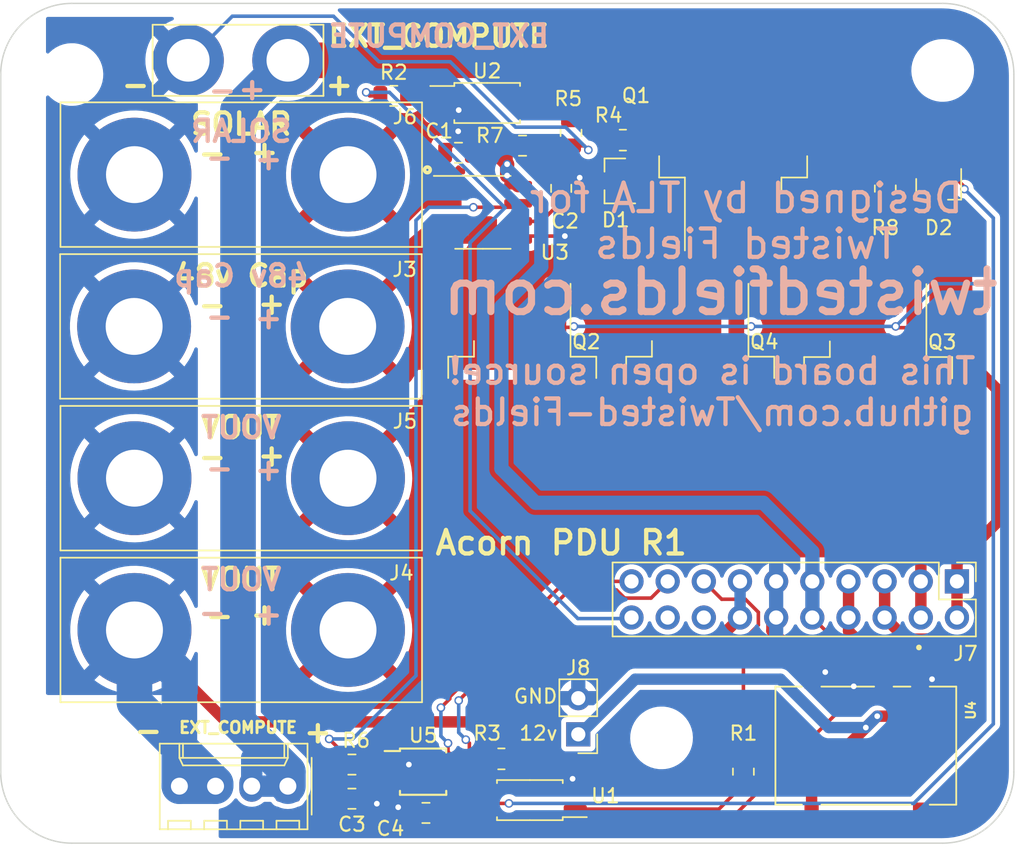
<source format=kicad_pcb>
(kicad_pcb (version 20211014) (generator pcbnew)
  (layers (0 "F.Cu" signal) (31 "B.Cu" signal) (34 "B.Paste" user) (35 "F.Paste" user) (36 "B.SilkS" user "B.Silkscreen") (37 "F.SilkS" user "F.Silkscreen") (38 "B.Mask" user) (39 "F.Mask" user) (44 "Edge.Cuts" user))
  (net 0 "")
  (net 1 "GND")
  (net 2 "+3V3")
  (net 3 "+5V")
  (net 4 "VOUT")
  (net 5 "VOUT_FET")
  (net 6 "EXT_PSU_FET")
  (net 7 "Net-(R1-Pad2)")
  (net 8 "Net-(R2-Pad2)")
  (net 9 "SOLARIN")
  (net 10 "Net-(C2-Pad2)")
  (net 11 "Net-(C3-Pad1)")
  (net 12 "GNDPWR")
  (net 13 "A4")
  (net 14 "Net-(D1-Pad2)")
  (net 15 "SDA")
  (net 16 "SCL")
  (net 17 "A1")
  (net 18 "A2")
  (net 19 "A3")
  (net 20 "+12V")
  (net 21 "VOUT_ENABLE")
  (net 23 "VOUT_EXT_COMPUTE")
  (net 25 "Net-(R3-Pad2)")
  (net 26 "Net-(R5-Pad2)")
  (net 28 "+48V")
  (footprint "twisted_library:BigWirePads" (layer "F.Cu") (at 77.724 129.54)
    (fp_text reference "J4" (at 11.25 -4) (layer "F.SilkS"))
    (fp_text value "Conn_01x02")
    (pad "1" thru_hole circle locked (at -7.5 0) (size 8 8) (drill 4) (layers *.Cu *.Mask) (net 12 "GNDPWR"))
    (pad "2" thru_hole circle locked (at 7.5 0) (size 8 8) (drill 4) (layers *.Cu *.Mask) (net 4 "VOUT"))
  )
  (footprint "Connector_PinHeader_2.54mm:PinHeader_2x10_P2.54mm_Vertical" (layer "F.Cu") (at 128 126.125 -90)
    (fp_text reference "J7" (at 5.075 -0.6 180) (layer "F.SilkS"))
    (fp_text value "Conn_02x10_Counter_Clockwise")
    (pad "1" thru_hole rect locked (at 0 0 270) (size 1.7 1.7) (drill 1) (layers *.Cu *.Mask) (net 28 "+48V"))
    (pad "2" thru_hole oval locked (at 2.54 0 270) (size 1.7 1.7) (drill 1) (layers *.Cu *.Mask) (net 28 "+48V"))
    (pad "3" thru_hole oval locked (at 0 2.54 270) (size 1.7 1.7) (drill 1) (layers *.Cu *.Mask) (net 4 "VOUT"))
    (pad "4" thru_hole oval locked (at 2.54 2.54 270) (size 1.7 1.7) (drill 1) (layers *.Cu *.Mask) (net 4 "VOUT"))
    (pad "5" thru_hole oval locked (at 0 5.08 270) (size 1.7 1.7) (drill 1) (layers *.Cu *.Mask) (net 20 "+12V"))
    (pad "6" thru_hole oval locked (at 2.54 5.08 270) (size 1.7 1.7) (drill 1) (layers *.Cu *.Mask) (net 20 "+12V"))
    (pad "7" thru_hole oval locked (at 0 7.62 270) (size 1.7 1.7) (drill 1) (layers *.Cu *.Mask) (net 3 "+5V"))
    (pad "8" thru_hole oval locked (at 2.54 7.62 270) (size 1.7 1.7) (drill 1) (layers *.Cu *.Mask) (net 3 "+5V"))
    (pad "9" thru_hole oval locked (at 0 10.16 270) (size 1.7 1.7) (drill 1) (layers *.Cu *.Mask) (net 2 "+3V3"))
    (pad "10" thru_hole oval locked (at 2.54 10.16 270) (size 1.7 1.7) (drill 1) (layers *.Cu *.Mask) (net 2 "+3V3"))
    (pad "11" thru_hole oval locked (at 0 12.7 270) (size 1.7 1.7) (drill 1) (layers *.Cu *.Mask) (net 1 "GND"))
    (pad "12" thru_hole oval locked (at 2.54 12.7 270) (size 1.7 1.7) (drill 1) (layers *.Cu *.Mask) (net 1 "GND"))
    (pad "13" thru_hole oval locked (at 0 15.24 270) (size 1.7 1.7) (drill 1) (layers *.Cu *.Mask) (net 12 "GNDPWR"))
    (pad "14" thru_hole oval locked (at 2.54 15.24 270) (size 1.7 1.7) (drill 1) (layers *.Cu *.Mask) (net 12 "GNDPWR"))
    (pad "15" thru_hole oval locked (at 0 17.78 270) (size 1.7 1.7) (drill 1) (layers *.Cu *.Mask) (net 21 "VOUT_ENABLE"))
    (pad "16" thru_hole oval locked (at 2.54 17.78 270) (size 1.7 1.7) (drill 1) (layers *.Cu *.Mask))
    (pad "17" thru_hole oval locked (at 0 20.32 270) (size 1.7 1.7) (drill 1) (layers *.Cu *.Mask) (net 15 "SDA"))
    (pad "18" thru_hole oval locked (at 2.54 20.32 270) (size 1.7 1.7) (drill 1) (layers *.Cu *.Mask))
    (pad "19" thru_hole oval locked (at 0 22.86 270) (size 1.7 1.7) (drill 1) (layers *.Cu *.Mask) (net 16 "SCL"))
    (pad "20" thru_hole oval locked (at 2.54 22.86 270) (size 1.7 1.7) (drill 1) (layers *.Cu *.Mask) (net 6 "EXT_PSU_FET"))
  )
  (footprint "Capacitor_SMD:C_0805_2012Metric" (layer "F.Cu") (at 100.2 98.5 -90)
    (fp_text reference "C2" (at 2.305 -0.272 -180) (layer "F.SilkS"))
    (fp_text value "1000pF")
    (pad "1" smd roundrect locked (at -0.9375 0 270) (size 0.975 1.4) (layers "F.Cu" "F.Paste" "F.Mask") (net 1 "GND"))
    (pad "2" smd roundrect locked (at 0.9375 0 270) (size 0.975 1.4) (layers "F.Cu" "F.Paste" "F.Mask") (net 10 "Net-(C2-Pad2)"))
  )
  (footprint "Resistor_SMD:R_0805_2012Metric" (layer "F.Cu") (at 85.5 139 180)
    (fp_text reference "R6" (at -0.3 1.7 180) (layer "F.SilkS"))
    (fp_text value "1k")
    (pad "1" smd roundrect locked (at -0.9375 0 180) (size 0.975 1.4) (layers "F.Cu" "F.Paste" "F.Mask") (net 17 "A1"))
    (pad "2" smd roundrect locked (at 0.9375 0 180) (size 0.975 1.4) (layers "F.Cu" "F.Paste" "F.Mask") (net 11 "Net-(C3-Pad1)"))
  )
  (footprint "Resistor_SMD:R_0805_2012Metric" (layer "F.Cu") (at 97.484 95.5)
    (fp_text reference "R7" (at -2.3 -0.71) (layer "F.SilkS"))
    (fp_text value "DNS for ACS725 / 0R for ACS722")
    (pad "1" smd roundrect locked (at -0.9375 0) (size 0.975 1.4) (layers "F.Cu" "F.Paste" "F.Mask") (net 2 "+3V3"))
    (pad "2" smd roundrect locked (at 0.9375 0) (size 0.975 1.4) (layers "F.Cu" "F.Paste" "F.Mask") (net 10 "Net-(C2-Pad2)"))
  )
  (footprint "MountingHole:MountingHole_3.7mm" (layer "F.Cu") (at 65.828 139.524 90)
    (fp_text reference "H2" hide)
    (fp_text value "MountingHole")
    (pad "" np_thru_hole circle locked (at 0 0 90) (size 3.7 3.7) (drill 3.7) (layers *.Cu *.Mask))
  )
  (footprint "MountingHole:MountingHole_3.7mm" (layer "F.Cu") (at 127 90.214 90)
    (fp_text reference "H4" hide)
    (fp_text value "MountingHole" hide)
    (pad "" np_thru_hole circle locked (at 0 0 90) (size 3.7 3.7) (drill 3.7) (layers *.Cu *.Mask))
  )
  (footprint "MountingHole:MountingHole_3.7mm" (layer "F.Cu") (at 65.828 90.5 90)
    (fp_text reference "H3" hide)
    (fp_text value "MountingHole")
    (pad "" np_thru_hole circle locked (at 0 0 90) (size 3.7 3.7) (drill 3.7) (layers *.Cu *.Mask))
  )
  (footprint "Connector_PinHeader_2.54mm:PinHeader_1x02_P2.54mm_Vertical" (layer "F.Cu") (at 101.4 136.875 180)
    (fp_text reference "J8" (at 0 4.675 180) (layer "F.SilkS"))
    (fp_text value "Conn_01x02")
    (pad "1" thru_hole rect locked (at 0 0 180) (size 1.7 1.7) (drill 1) (layers *.Cu *.Mask) (net 20 "+12V"))
    (pad "2" thru_hole oval locked (at 0 2.54 180) (size 1.7 1.7) (drill 1) (layers *.Cu *.Mask) (net 1 "GND"))
  )
  (footprint "twisted_library:BigWirePads" (layer "F.Cu") (at 77.724 118.872)
    (fp_text reference "J5" (at 11.5 -4) (layer "F.SilkS"))
    (fp_text value "Conn_01x02")
    (pad "1" thru_hole circle locked (at -7.5 0) (size 8 8) (drill 4) (layers *.Cu *.Mask) (net 12 "GNDPWR"))
    (pad "2" thru_hole circle locked (at 7.5 0) (size 8 8) (drill 4) (layers *.Cu *.Mask) (net 4 "VOUT"))
  )
  (footprint "Capacitor_SMD:C_0805_2012Metric" (layer "F.Cu") (at 92.984 96)
    (fp_text reference "C1" (at -1.357 -1.528) (layer "F.SilkS"))
    (fp_text value "0.1uF")
    (pad "1" smd roundrect locked (at -0.9375 0) (size 0.975 1.4) (layers "F.Cu" "F.Paste" "F.Mask") (net 1 "GND"))
    (pad "2" smd roundrect locked (at 0.9375 0) (size 0.975 1.4) (layers "F.Cu" "F.Paste" "F.Mask") (net 2 "+3V3"))
  )
  (footprint "twisted_library:BigWirePads" (layer "F.Cu") (at 77.7 108.204)
    (fp_text reference "J3" (at 11.5 -4) (layer "F.SilkS"))
    (fp_text value "Conn_01x02")
    (pad "1" thru_hole circle locked (at -7.5 0) (size 8 8) (drill 4) (layers *.Cu *.Mask) (net 12 "GNDPWR"))
    (pad "2" thru_hole circle locked (at 7.5 0) (size 8 8) (drill 4) (layers *.Cu *.Mask) (net 28 "+48V"))
  )
  (footprint "Capacitor_SMD:C_0805_2012Metric" (layer "F.Cu") (at 85.5 141.4)
    (fp_text reference "C3" (at 0 1.8 180) (layer "F.SilkS"))
    (fp_text value "0.15uF")
    (pad "1" smd roundrect locked (at -0.9375 0) (size 0.975 1.4) (layers "F.Cu" "F.Paste" "F.Mask") (net 11 "Net-(C3-Pad1)"))
    (pad "2" smd roundrect locked (at 0.9375 0) (size 0.975 1.4) (layers "F.Cu" "F.Paste" "F.Mask") (net 1 "GND"))
  )
  (footprint "Package_SO:SOIC-8_3.9x4.9mm_P1.27mm" (layer "F.Cu") (at 94.7 100.186)
    (fp_text reference "U3" (at 5.05 2.814) (layer "F.SilkS"))
    (fp_text value "ACS725xLCTR-10AU")
    (pad "1" smd roundrect locked (at -2.475 -1.905) (size 1.95 0.6) (layers "F.Cu" "F.Paste" "F.Mask") (net 9 "SOLARIN"))
    (pad "2" smd roundrect locked (at -2.475 -0.635) (size 1.95 0.6) (layers "F.Cu" "F.Paste" "F.Mask") (net 9 "SOLARIN"))
    (pad "3" smd roundrect locked (at -2.475 0.635) (size 1.95 0.6) (layers "F.Cu" "F.Paste" "F.Mask") (net 28 "+48V"))
    (pad "4" smd roundrect locked (at -2.475 1.905) (size 1.95 0.6) (layers "F.Cu" "F.Paste" "F.Mask") (net 28 "+48V"))
    (pad "5" smd roundrect locked (at 2.475 1.905) (size 1.95 0.6) (layers "F.Cu" "F.Paste" "F.Mask") (net 1 "GND"))
    (pad "6" smd roundrect locked (at 2.475 0.635) (size 1.95 0.6) (layers "F.Cu" "F.Paste" "F.Mask") (net 10 "Net-(C2-Pad2)"))
    (pad "7" smd roundrect locked (at 2.475 -0.635) (size 1.95 0.6) (layers "F.Cu" "F.Paste" "F.Mask") (net 11 "Net-(C3-Pad1)"))
    (pad "8" smd roundrect locked (at 2.475 -1.905) (size 1.95 0.6) (layers "F.Cu" "F.Paste" "F.Mask") (net 2 "+3V3"))
  )
  (footprint "MountingHole:MountingHole_3.7mm" (layer "F.Cu") (at 107.25 137.125)
    (fp_text reference "H1" hide)
    (fp_text value "MountingHole")
    (pad "" np_thru_hole circle locked (at 0 0) (size 3.7 3.7) (drill 3.7) (layers *.Cu *.Mask))
  )
  (footprint "twisted_library:BigWirePads" (layer "F.Cu") (at 77.724 97.536)
    (fp_text reference "J6" (at 11.5 -4.064) (layer "F.SilkS"))
    (fp_text value "Conn_01x02")
    (pad "1" thru_hole circle locked (at -7.5 0) (size 8 8) (drill 4) (layers *.Cu *.Mask) (net 12 "GNDPWR"))
    (pad "2" thru_hole circle locked (at 7.5 0) (size 8 8) (drill 4) (layers *.Cu *.Mask) (net 9 "SOLARIN"))
  )
  (footprint "Capacitor_SMD:C_0805_2012Metric" (layer "F.Cu") (at 90.7 142.4)
    (fp_text reference "C4" (at -2.5 1.1) (layer "F.SilkS"))
    (fp_text value "0.1uF")
    (pad "1" smd roundrect locked (at -0.9375 0) (size 0.975 1.4) (layers "F.Cu" "F.Paste" "F.Mask") (net 1 "GND"))
    (pad "2" smd roundrect locked (at 0.9375 0) (size 0.975 1.4) (layers "F.Cu" "F.Paste" "F.Mask") (net 2 "+3V3"))
  )
  (footprint "Resistor_SMD:R_0805_2012Metric" (layer "F.Cu") (at 88.4375 92)
    (fp_text reference "R2" (at 0 -1.65) (layer "F.SilkS"))
    (fp_text value "330R")
    (pad "1" smd roundrect locked (at -0.9375 0) (size 0.975 1.4) (layers "F.Cu" "F.Paste" "F.Mask") (net 6 "EXT_PSU_FET"))
    (pad "2" smd roundrect locked (at 0.9375 0) (size 0.975 1.4) (layers "F.Cu" "F.Paste" "F.Mask") (net 8 "Net-(R2-Pad2)"))
  )
  (footprint "Package_SO:TSSOP-10_3x3mm_P0.5mm" (layer "F.Cu") (at 90.5 139.5)
    (fp_text reference "U5" (at 0 -2.55) (layer "F.SilkS"))
    (fp_text value "ADS1115IDGS")
    (pad "1" smd rect locked (at -2.15 -1) (size 1.1 0.25) (layers "F.Cu" "F.Paste" "F.Mask") (net 1 "GND"))
    (pad "2" smd rect locked (at -2.15 -0.5) (size 1.1 0.25) (layers "F.Cu" "F.Paste" "F.Mask"))
    (pad "3" smd rect locked (at -2.15 0) (size 1.1 0.25) (layers "F.Cu" "F.Paste" "F.Mask") (net 1 "GND"))
    (pad "4" smd rect locked (at -2.15 0.5) (size 1.1 0.25) (layers "F.Cu" "F.Paste" "F.Mask") (net 17 "A1"))
    (pad "5" smd rect locked (at -2.15 1) (size 1.1 0.25) (layers "F.Cu" "F.Paste" "F.Mask") (net 18 "A2"))
    (pad "6" smd rect locked (at 2.15 1) (size 1.1 0.25) (layers "F.Cu" "F.Paste" "F.Mask") (net 19 "A3"))
    (pad "7" smd rect locked (at 2.15 0.5) (size 1.1 0.25) (layers "F.Cu" "F.Paste" "F.Mask") (net 13 "A4"))
    (pad "8" smd rect locked (at 2.15 0) (size 1.1 0.25) (layers "F.Cu" "F.Paste" "F.Mask") (net 2 "+3V3"))
    (pad "9" smd rect locked (at 2.15 -0.5) (size 1.1 0.25) (layers "F.Cu" "F.Paste" "F.Mask") (net 15 "SDA"))
    (pad "10" smd rect locked (at 2.15 -1) (size 1.1 0.25) (layers "F.Cu" "F.Paste" "F.Mask") (net 16 "SCL"))
  )
  (footprint "taylor_footprints:TO-263-2-pad4" (layer "F.Cu") (at 109.964 113.282 -90)
    (fp_text reference "Q4" (at -4 -4.5) (layer "F.SilkS"))
    (fp_text value "IXTA96P085T-TRL")
    (pad "1" smd rect (at -5.775 -2.54 270) (size 4.6 1.1) (layers "F.Cu" "F.Paste" "F.Mask") (net 5 "VOUT_FET"))
    (pad "3" smd rect (at -5.775 2.54 270) (size 4.6 1.1) (layers "F.Cu" "F.Paste" "F.Mask") (net 28 "+48V"))
    (pad "4" smd rect (at 3.375 0 270) (size 9.4 10.8) (layers "F.Cu" "F.Mask") (net 4 "VOUT"))
  )
  (footprint "Connector_Molex:Molex_KK-254_AE-6410-04A_1x04_P2.54mm_Vertical" (layer "F.Cu") (at 81 140.52 180)
    (fp_text reference "J1" hide)
    (fp_text value "Conn_01x04")
    (pad "1" thru_hole roundrect locked (at 0 0 180) (size 1.74 2.19) (drill 1.19) (layers *.Cu *.Mask) (roundrect_rratio 0.1436781609) (net 23 "VOUT_EXT_COMPUTE"))
    (pad "2" thru_hole oval locked (at 2.54 0 180) (size 1.74 2.19) (drill 1.19) (layers *.Cu *.Mask) (net 23 "VOUT_EXT_COMPUTE"))
    (pad "3" thru_hole oval locked (at 5.08 0 180) (size 1.74 2.19) (drill 1.19) (layers *.Cu *.Mask) (net 12 "GNDPWR"))
    (pad "4" thru_hole oval locked (at 7.62 0 180) (size 1.74 2.19) (drill 1.19) (layers *.Cu *.Mask) (net 12 "GNDPWR"))
  )
  (footprint "Resistor_SMD:R_0805_2012Metric" (layer "F.Cu") (at 104.532 95.11 180)
    (fp_text reference "R4" (at 1.008 1.749064 180) (layer "F.SilkS"))
    (fp_text value "1k")
    (pad "1" smd roundrect locked (at -0.9125 0 180) (size 1.025 1.4) (layers "F.Cu" "F.Paste" "F.Mask") (roundrect_rratio 0.243902439) (net 14 "Net-(D1-Pad2)"))
    (pad "2" smd roundrect locked (at 0.9125 0 180) (size 1.025 1.4) (layers "F.Cu" "F.Paste" "F.Mask") (roundrect_rratio 0.243902439) (net 28 "+48V"))
  )
  (footprint "taylor_footprints:TO-263-2-pad4" (layer "F.Cu") (at 112.28 94.788 90)
    (fp_text reference "Q1" (at 2.806 -6.824 180) (layer "F.SilkS"))
    (fp_text value "IXTA96P085T-TRL")
    (pad "1" smd rect (at -5.775 -2.54 90) (size 4.6 1.1) (layers "F.Cu" "F.Paste" "F.Mask") (net 14 "Net-(D1-Pad2)"))
    (pad "3" smd rect (at -5.775 2.54 90) (size 4.6 1.1) (layers "F.Cu" "F.Paste" "F.Mask") (net 28 "+48V"))
    (pad "4" smd rect (at 3.375 0 90) (size 9.4 10.8) (layers "F.Cu" "F.Mask") (net 23 "VOUT_EXT_COMPUTE"))
  )
  (footprint "taylor_footprints:TO-263-2-pad4" (layer "F.Cu") (at 97.464 113.282 -90)
    (fp_text reference "Q2" (at -4 -4.5) (layer "F.SilkS"))
    (fp_text value "IXTA96P085T-TRL")
    (pad "1" smd rect (at -5.775 -2.54 270) (size 4.6 1.1) (layers "F.Cu" "F.Paste" "F.Mask") (net 5 "VOUT_FET"))
    (pad "3" smd rect (at -5.775 2.54 270) (size 4.6 1.1) (layers "F.Cu" "F.Paste" "F.Mask") (net 28 "+48V"))
    (pad "4" smd rect (at 3.375 0 270) (size 9.4 10.8) (layers "F.Cu" "F.Mask") (net 4 "VOUT"))
  )
  (footprint "taylor_footprints:TO-263-2-pad4" (layer "F.Cu") (at 122.464 113.306 -90)
    (fp_text reference "Q3" (at -4 -4.5) (layer "F.SilkS"))
    (fp_text value "IXTA96P085T-TRL")
    (pad "1" smd rect (at -5.775 -2.54 270) (size 4.6 1.1) (layers "F.Cu" "F.Paste" "F.Mask") (net 5 "VOUT_FET"))
    (pad "3" smd rect (at -5.775 2.54 270) (size 4.6 1.1) (layers "F.Cu" "F.Paste" "F.Mask") (net 28 "+48V"))
    (pad "4" smd rect (at 3.375 0 270) (size 9.4 10.8) (layers "F.Cu" "F.Mask") (net 4 "VOUT"))
  )
  (footprint "Package_SO:SOP-4_4.4x2.6mm_P1.27mm" (layer "F.Cu") (at 95 92.5)
    (fp_text reference "U2" (at 0 -2.25) (layer "F.SilkS"))
    (fp_text value "ACPL-214-500E")
    (pad "1" smd roundrect locked (at -3.1875 -0.635) (size 1.625 0.6) (layers "F.Cu" "F.Paste" "F.Mask") (net 8 "Net-(R2-Pad2)"))
    (pad "2" smd roundrect locked (at -3.1875 0.635) (size 1.625 0.6) (layers "F.Cu" "F.Paste" "F.Mask") (net 1 "GND"))
    (pad "3" smd roundrect locked (at 3.1875 0.635) (size 1.625 0.6) (layers "F.Cu" "F.Paste" "F.Mask") (net 26 "Net-(R5-Pad2)"))
    (pad "4" smd roundrect locked (at 3.1875 -0.635) (size 1.625 0.6) (layers "F.Cu" "F.Paste" "F.Mask") (net 14 "Net-(D1-Pad2)"))
  )
  (footprint "Package_SO:SOP-4_4.4x2.6mm_P1.27mm" (layer "F.Cu") (at 98 141.5 180)
    (fp_text reference "U1" (at -5.3 0.3) (layer "F.SilkS"))
    (fp_text value "ACPL-214-500E")
    (pad "1" smd roundrect locked (at -3.1875 -0.635 180) (size 1.625 0.6) (layers "F.Cu" "F.Paste" "F.Mask") (net 7 "Net-(R1-Pad2)"))
    (pad "2" smd roundrect locked (at -3.1875 0.635 180) (size 1.625 0.6) (layers "F.Cu" "F.Paste" "F.Mask") (net 1 "GND"))
    (pad "3" smd roundrect locked (at 3.1875 0.635 180) (size 1.625 0.6) (layers "F.Cu" "F.Paste" "F.Mask") (net 25 "Net-(R3-Pad2)"))
    (pad "4" smd roundrect locked (at 3.1875 -0.635 180) (size 1.625 0.6) (layers "F.Cu" "F.Paste" "F.Mask") (net 5 "VOUT_FET"))
  )
  (footprint "power_footprints:CONV_PDS1-S3-S3-M" (layer "F.Cu") (at 121.6 137.6705 -90)
    (fp_text reference "U4" (at -2.481273 -7.375836 -90) (layer "F.SilkS") (effects (font (size 0.643442 0.643442))))
    (fp_text value "PDS1-S5-S12-M-TR")
    (pad "1" smd rect locked (at -5.05 -3.81 270) (size 2.1 1) (layers "F.Cu" "F.Paste" "F.Mask") (net 1 "GND"))
    (pad "2" smd rect locked (at -5.05 -1.27 270) (size 2.1 1) (layers "F.Cu" "F.Paste" "F.Mask") (net 3 "+5V"))
    (pad "4" smd rect locked (at -5.05 3.81 270) (size 2.1 1) (layers "F.Cu" "F.Paste" "F.Mask") (net 1 "GND"))
    (pad "5" smd rect locked (at 5.05 3.81 270) (size 2.1 1) (layers "F.Cu" "F.Paste" "F.Mask") (net 20 "+12V"))
    (pad "8" smd rect locked (at 5.05 -3.81 270) (size 2.1 1) (layers "F.Cu" "F.Paste" "F.Mask"))
  )
  (footprint "Resistor_SMD:R_0805_2012Metric" (layer "F.Cu") (at 100.892 94.6 90)
    (fp_text reference "R5" (at 2.4 -0.2 180) (layer "F.SilkS"))
    (fp_text value "200")
    (pad "1" smd roundrect locked (at -0.9125 0 90) (size 1.025 1.4) (layers "F.Cu" "F.Paste" "F.Mask") (roundrect_rratio 0.243902439) (net 12 "GNDPWR"))
    (pad "2" smd roundrect locked (at 0.9125 0 90) (size 1.025 1.4) (layers "F.Cu" "F.Paste" "F.Mask") (roundrect_rratio 0.243902439) (net 26 "Net-(R5-Pad2)"))
  )
  (footprint "taylor_footprints:medium_big_pads" (layer "F.Cu") (at 77.5 89.5 180)
    (fp_text reference "J2" hide)
    (fp_text value "Conn_01x02")
    (pad "1" thru_hole circle (at -3.5 0 180) (size 5 5) (drill 3) (layers *.Cu *.Mask) (net 23 "VOUT_EXT_COMPUTE"))
    (pad "2" thru_hole circle (at 3.5 0 180) (size 5 5) (drill 3) (layers *.Cu *.Mask) (net 12 "GNDPWR"))
  )
  (footprint "Diode_SMD:D_SOT-23_ANK" (layer "F.Cu") (at 126.718 98.536 -90)
    (fp_text reference "D2" (at 2.73 0 180) (layer "F.SilkS"))
    (fp_text value "BZX84Cxx")
    (pad "" smd rect locked (at -1 0.95 270) (size 0.9 0.8) (layers "F.Cu" "F.Paste" "F.Mask"))
    (pad "1" smd rect locked (at 1 0 270) (size 0.9 0.8) (layers "F.Cu" "F.Paste" "F.Mask") (net 28 "+48V"))
    (pad "2" smd rect locked (at -1 -0.95 270) (size 0.9 0.8) (layers "F.Cu" "F.Paste" "F.Mask") (net 5 "VOUT_FET"))
  )
  (footprint "Resistor_SMD:R_0805_2012Metric" (layer "F.Cu") (at 96 138.6)
    (fp_text reference "R3" (at -1 -1.8) (layer "F.SilkS"))
    (fp_text value "200")
    (pad "1" smd roundrect locked (at -0.9125 0) (size 1.025 1.4) (layers "F.Cu" "F.Paste" "F.Mask") (roundrect_rratio 0.243902439) (net 12 "GNDPWR"))
    (pad "2" smd roundrect locked (at 0.9125 0) (size 1.025 1.4) (layers "F.Cu" "F.Paste" "F.Mask") (roundrect_rratio 0.243902439) (net 25 "Net-(R3-Pad2)"))
  )
  (footprint "Diode_SMD:D_SOT-23_ANK" (layer "F.Cu") (at 104.002 97.978 180)
    (fp_text reference "D1" (at -0.024 -2.744 180) (layer "F.SilkS"))
    (fp_text value "BZX84Cxx")
    (pad "" smd rect locked (at -1 0.95 180) (size 0.9 0.8) (layers "F.Cu" "F.Paste" "F.Mask"))
    (pad "1" smd rect locked (at 1 0 180) (size 0.9 0.8) (layers "F.Cu" "F.Paste" "F.Mask") (net 28 "+48V"))
    (pad "2" smd rect locked (at -1 -0.95 180) (size 0.9 0.8) (layers "F.Cu" "F.Paste" "F.Mask") (net 14 "Net-(D1-Pad2)"))
  )
  (footprint "Resistor_SMD:R_0805_2012Metric" (layer "F.Cu") (at 113 139.5 -90)
    (fp_text reference "R1" (at -2.7 0 180) (layer "F.SilkS"))
    (fp_text value "330R")
    (pad "1" smd roundrect locked (at -0.9125 0 270) (size 1.025 1.4) (layers "F.Cu" "F.Paste" "F.Mask") (roundrect_rratio 0.243902439) (net 21 "VOUT_ENABLE"))
    (pad "2" smd roundrect locked (at 0.9125 0 270) (size 1.025 1.4) (layers "F.Cu" "F.Paste" "F.Mask") (roundrect_rratio 0.243902439) (net 7 "Net-(R1-Pad2)"))
  )
  (footprint "Resistor_SMD:R_0805_2012Metric" (layer "F.Cu") (at 122.968 98.516 -90)
    (fp_text reference "R8" (at 2.75 0 180) (layer "F.SilkS"))
    (fp_text value "1k")
    (pad "1" smd roundrect locked (at -0.9125 0 270) (size 1.025 1.4) (layers "F.Cu" "F.Paste" "F.Mask") (roundrect_rratio 0.243902439) (net 5 "VOUT_FET"))
    (pad "2" smd roundrect locked (at 0.9125 0 270) (size 1.025 1.4) (layers "F.Cu" "F.Paste" "F.Mask") (roundrect_rratio 0.243902439) (net 28 "+48V"))
  )
  (gr_circle (center 90.8 97.2) (end 91 97.2) (layer "F.SilkS") (width 0.25) (fill none))
  (gr_arc (start 60.828 90.5) (mid 62.292466 86.964466) (end 65.828 85.5) (layer "Edge.Cuts") (width 0.1))
  (gr_arc (start 127 85.5) (mid 130.535534 86.964466) (end 132 90.5) (layer "Edge.Cuts") (width 0.1))
  (gr_arc (start 132 139.524) (mid 130.535534 143.059534) (end 127 144.524) (layer "Edge.Cuts") (width 0.1))
  (gr_arc (start 65.828 144.524) (mid 62.292466 143.059534) (end 60.828 139.524) (layer "Edge.Cuts") (width 0.1))
  (gr_line (start 65.828 85.5) (end 127 85.5) (layer "Edge.Cuts") (width 0.1))
  (gr_line (start 132 90.5) (end 132 139.524) (layer "Edge.Cuts") (width 0.1))
  (gr_line (start 127 144.524) (end 65.828 144.524) (layer "Edge.Cuts") (width 0.1))
  (gr_line (start 60.828 139.524) (end 60.828 90.5) (layer "Edge.Cuts") (width 0.1))
  (gr_text "Designed by TLA for\nTwisted Fields" (at 113.2 100.8) (layer "B.SilkS") (effects (font (size 2 2) (thickness 0.3)) (justify mirror)))
  (gr_text "twistedfields.com" (at 111.4 105.8) (layer "B.SilkS") (effects (font (size 3 3) (thickness 0.5)) (justify mirror)))
  (gr_text "+" (at 79.756 107.696 270) (layer "B.SilkS") (effects (font (size 1.5 1.5) (thickness 0.3)) (justify mirror)))
  (gr_text "+" (at 79.756 96.52 270) (layer "B.SilkS") (effects (font (size 1.5 1.5) (thickness 0.3)) (justify mirror)))
  (gr_text "VOUT" (at 77.724 126) (layer "B.SilkS") (effects (font (size 1.5 1.5) (thickness 0.3)) (justify mirror)))
  (gr_text "-" (at 76.2 118.364 180) (layer "B.SilkS") (effects (font (size 1.5 1.5) (thickness 0.3)) (justify mirror)))
  (gr_text "-" (at 75.692 128.524 180) (layer "B.SilkS") (effects (font (size 1.5 1.5) (thickness 0.3)) (justify mirror)))
  (gr_text "SOLAR" (at 77.724 94.488) (layer "B.SilkS") (effects (font (size 1.5 1.5) (thickness 0.3)) (justify mirror)))
  (gr_text "48v Cap" (at 77.724 104.648) (layer "B.SilkS") (effects (font (size 1.5 1.5) (thickness 0.3)) (justify mirror)))
  (gr_text "VOUT" (at 77.724 115.316) (layer "B.SilkS") (effects (font (size 1.5 1.5) (thickness 0.3)) (justify mirror)))
  (gr_text "+" (at 79.756 118.364 270) (layer "B.SilkS") (effects (font (size 1.5 1.5) (thickness 0.3)) (justify mirror)))
  (gr_text "+" (at 79.756 128.524 270) (layer "B.SilkS") (effects (font (size 1.5 1.5) (thickness 0.3)) (justify mirror)))
  (gr_text "-" (at 76.2 96.52 180) (layer "B.SilkS") (effects (font (size 1.5 1.5) (thickness 0.3)) (justify mirror)))
  (gr_text "-" (at 76.2 107.696 180) (layer "B.SilkS") (effects (font (size 1.5 1.5) (thickness 0.3)) (justify mirror)))
  (gr_text "-" (at 76.4 91.8 180) (layer "B.SilkS") (effects (font (size 1.5 1.5) (thickness 0.3)) (justify mirror)))
  (gr_text "+" (at 78.6 91.6 270) (layer "B.SilkS") (effects (font (size 1.5 1.5) (thickness 0.3)) (justify mirror)))
  (gr_text "This board is open source!\ngithub.com/Twisted-Fields" (at 110.8 112.8) (layer "B.SilkS") (effects (font (size 1.8 1.8) (thickness 0.3)) (justify mirror)))
  (gr_text "EXT_COMPUTE" (at 91.6 87.8) (layer "B.SilkS") (effects (font (size 1.5 1.5) (thickness 0.3)) (justify mirror)))
  (gr_text "Acorn PDU R1" (at 100.2 123.416) (layer "F.SilkS") (effects (font (size 1.65 1.65) (thickness 0.3))))
  (gr_text "12v" (at 98.6 136.8) (layer "F.SilkS") (effects (font (size 1 1))))
  (gr_text "GND" (at 98.4 134.2) (layer "F.SilkS") (effects (font (size 1 1))))
  (gr_text "48v Cap" (at 77.724 104.648) (layer "F.SilkS") (effects (font (size 1.5 1.5) (thickness 0.3))))
  (gr_text "SOLAR" (at 77.724 93.98) (layer "F.SilkS") (effects (font (size 1.5 1.5) (thickness 0.3))))
  (gr_text "+" (at 79.248 96.012 90) (layer "F.SilkS") (effects (font (size 1.5 1.5) (thickness 0.3))))
  (gr_text "VOUT" (at 77.724 115.316) (layer "F.SilkS") (effects (font (size 1.5 1.5) (thickness 0.3))))
  (gr_text "+" (at 79.756 117.348 90) (layer "F.SilkS") (effects (font (size 1.5 1.5) (thickness 0.3))))
  (gr_text "VOUT" (at 77.7 125.984) (layer "F.SilkS") (effects (font (size 1.5 1.5) (thickness 0.3))))
  (gr_text "-" (at 75.692 106.68) (layer "F.SilkS") (effects (font (size 1.5 1.5) (thickness 0.3))))
  (gr_text "-" (at 75.692 96.012) (layer "F.SilkS") (effects (font (size 1.5 1.5) (thickness 0.3))))
  (gr_text "+" (at 79.756 106.68 90) (layer "F.SilkS") (effects (font (size 1.5 1.5) (thickness 0.3))))
  (gr_text "-" (at 76.2 128.524) (layer "F.SilkS") (effects (font (size 1.5 1.5) (thickness 0.3))))
  (gr_text "+" (at 79.248 128.524 90) (layer "F.SilkS") (effects (font (size 1.5 1.5) (thickness 0.3))))
  (gr_text "-" (at 75.692 117.348) (layer "F.SilkS") (effects (font (size 1.5 1.5) (thickness 0.3))))
  (gr_text "EXT_COMPUTE" (at 91.6 87.8) (layer "F.SilkS") (effects (font (size 1.5 1.5) (thickness 0.3))))
  (gr_text "EXT_COMPUTE" (at 77.5 136.4) (layer "F.SilkS") (effects (font (size 0.8 0.8) (thickness 0.2))))
  (gr_text "-" (at 71.2 136.6) (layer "F.SilkS") (effects (font (size 1.5 1.5) (thickness 0.3))))
  (gr_text "+" (at 84.5 91.3 90) (layer "F.SilkS") (effects (font (size 1.5 1.5) (thickness 0.3))))
  (gr_text "-" (at 70.3 91.2) (layer "F.SilkS") (effects (font (size 1.5 1.5) (thickness 0.3))))
  (gr_text "+" (at 83 136.8 90) (layer "F.SilkS") (effects (font (size 1.5 1.5) (thickness 0.3))))
  (segment (start 97.412 101.854) (end 97.175 102.091) (width 0.25) (layer "F.Cu") (net 1))
  (segment (start 92.964 95.0825) (end 92.0465 96) (width 0.25) (layer "F.Cu") (net 1))
  (segment (start 121.362 134.112) (end 120.75 133.5) (width 0.25) (layer "F.Cu") (net 1))
  (segment (start 118.3625 132.1125) (end 118.75 132.5) (width 0.8) (layer "F.Cu") (net 1))
  (segment (start 88.35 139.5) (end 89 139.5) (width 0.25) (layer "F.Cu") (net 1))
  (segment (start 100.457 101.854) (end 97.412 101.854) (width 0.25) (layer "F.Cu") (net 1))
  (segment (start 86.4375 141.4) (end 86.9 141.4) (width 0.25) (layer "F.Cu") (net 1))
  (segment (start 86.9 141.4) (end 87.25 141.75) (width 0.25) (layer "F.Cu") (net 1))
  (segment (start 117.5125 132.1125) (end 115 129.6) (width 0.8) (layer "F.Cu") (net 1))
  (segment (start 117.79 132.1125) (end 118.3625 132.1125) (width 0.8) (layer "F.Cu") (net 1))
  (segment (start 125.41 132.16) (end 125.41 132.1125) (width 0.25) (layer "F.Cu") (net 1))
  (segment (start 89 138.5) (end 89.5 139) (width 0.25) (layer "F.Cu") (net 1))
  (segment (start 91.8125 93.135) (end 92.865 93.135) (width 0.25) (layer "F.Cu") (net 1))
  (segment (start 115 128.971) (end 115.306 128.665) (width 0.8) (layer "F.Cu") (net 1))
  (segment (start 125.41 132.1125) (end 123.4105 134.112) (width 0.25) (layer "F.Cu") (net 1))
  (segment (start 100.2 97.5625) (end 101.3125 97.5625) (width 0.8) (layer "F.Cu") (net 1))
  (segment (start 88.35 138.5) (end 89 138.5) (width 0.25) (layer "F.Cu") (net 1))
  (segment (start 88.85 142.1) (end 88.75 142) (width 0.25) (layer "F.Cu") (net 1))
  (segment (start 89 139.5) (end 89.5 139) (width 0.25) (layer "F.Cu") (net 1))
  (segment (start 117.79 132.1125) (end 117.5125 132.1125) (width 0.8) (layer "F.Cu") (net 1))
  (segment (start 92.865 93.135) (end 93 93) (width 0.25) (layer "F.Cu") (net 1))
  (segment (start 126.25 133) (end 125.41 132.16) (width 0.25) (layer "F.Cu") (net 1))
  (segment (start 101.1875 140.1875) (end 101 140) (width 0.25) (layer "F.Cu") (net 1))
  (segment (start 101.1875 140.865) (end 101.1875 140.1875) (width 0.25) (layer "F.Cu") (net 1))
  (segment (start 101.3125 97.5625) (end 101.5 97.75) (width 0.8) (layer "F.Cu") (net 1))
  (segment (start 92.964 94.488) (end 92.964 95.0825) (width 0.25) (layer "F.Cu") (net 1))
  (segment (start 115 129.6) (end 115 128.971) (width 0.8) (layer "F.Cu") (net 1))
  (segment (start 123.4105 134.112) (end 121.362 134.112) (width 0.25) (layer "F.Cu") (net 1))
  (segment (start 89.7625 142.1) (end 88.85 142.1) (width 0.25) (layer "F.Cu") (net 1))
  (via (at 88.75 142) (size 0.6) (drill 0.4) (layers "F.Cu" "B.Cu") (net 1))
  (via (at 126.25 133) (size 0.6) (drill 0.4) (layers "F.Cu" "B.Cu") (net 1))
  (via (at 101 140) (size 0.6) (drill 0.4) (layers "F.Cu" "B.Cu") (net 1))
  (via (at 89.5 139) (size 0.6) (drill 0.4) (layers "F.Cu" "B.Cu") (net 1))
  (via (at 93 93) (size 0.6) (drill 0.4) (layers "F.Cu" "B.Cu") (net 1))
  (via (at 92.964 94.488) (size 0.6) (drill 0.4) (layers "F.Cu" "B.Cu") (net 1))
  (via (at 120.75 133.5) (size 0.6) (drill 0.4) (layers "F.Cu" "B.Cu") (net 1))
  (via (at 100.457 101.854) (size 0.6) (drill 0.4) (layers "F.Cu" "B.Cu") (net 1))
  (via (at 87.25 141.75) (size 0.6) (drill 0.4) (layers "F.Cu" "B.Cu") (net 1))
  (via (at 101.5 97.75) (size 0.6) (drill 0.4) (layers "F.Cu" "B.Cu") (net 1))
  (via (at 118.75 132.5) (size 0.6) (drill 0.4) (layers "F.Cu" "B.Cu") (net 1))
  (segment (start 119.474511 130.293511) (end 117.846 128.665) (width 0.25) (layer "F.Cu") (net 2))
  (segment (start 119.474511 135.469909) (end 119.474511 130.293511) (width 0.25) (layer "F.Cu") (net 2))
  (segment (start 96.4 96.8) (end 96.4 97.6) (width 1) (layer "F.Cu") (net 2))
  (segment (start 96.4 95.6465) (end 96.4 96.8) (width 0.8) (layer "F.Cu") (net 2))
  (segment (start 96.4 97.6) (end 96.494 97.6) (width 1) (layer "F.Cu") (net 2))
  (segment (start 112.1849 142.75952) (end 119.474511 135.469909) (width 0.25) (layer "F.Cu") (net 2))
  (segment (start 92.29702 142.75952) (end 112.1849 142.75952) (width 0.25) (layer "F.Cu") (net 2))
  (segment (start 91.6375 139.688478) (end 91.6375 142.1) (width 0.25) (layer "F.Cu") (net 2))
  (segment (start 92.65 139.5) (end 91.825978 139.5) (width 0.25) (layer "F.Cu") (net 2))
  (segment (start 91.6375 142.1) (end 92.29702 142.75952) (width 0.25) (layer "F.Cu") (net 2))
  (segment (start 95.6 96) (end 96.4 96.8) (width 1) (layer "F.Cu") (net 2))
  (segment (start 93.9215 96) (end 95.6 96) (width 1) (layer "F.Cu") (net 2))
  (segment (start 96.494 97.6) (end 97.175 98.281) (width 1) (layer "F.Cu") (net 2))
  (segment (start 91.825978 139.5) (end 91.6375 139.688478) (width 0.25) (layer "F.Cu") (net 2))
  (segment (start 96.5465 95.5) (end 96.4 95.6465) (width 0.8) (layer "F.Cu") (net 2))
  (via (at 96.4 96.8) (size 0.6) (drill 0.4) (layers "F.Cu" "B.Cu") (net 2))
  (via (at 96.4 97.6) (size 0.6) (drill 0.4) (layers "F.Cu" "B.Cu") (net 2))
  (segment (start 96 106.8) (end 98.8 104) (width 1) (layer "B.Cu") (net 2))
  (segment (start 96 118.2) (end 96 106.8) (width 1) (layer "B.Cu") (net 2))
  (segment (start 117.846 126.125) (end 117.846 124.046) (width 1) (layer "B.Cu") (net 2))
  (segment (start 98.8 104) (end 98.8 99.6) (width 1) (layer "B.Cu") (net 2))
  (segment (start 98.8 99.6) (end 96.4 97.2) (width 1) (layer "B.Cu") (net 2))
  (segment (start 117.846 128.665) (end 117.846 126.125) (width 1) (layer "B.Cu") (net 2))
  (segment (start 114.4 120.6) (end 98.4 120.6) (width 1) (layer "B.Cu") (net 2))
  (segment (start 98.4 120.6) (end 96 118.2) (width 1) (layer "B.Cu") (net 2))
  (segment (start 117.846 124.046) (end 114.4 120.6) (width 1) (layer "B.Cu") (net 2))
  (segment (start 120.386 126.125) (end 120.386 128.665) (width 0.8) (layer "F.Cu") (net 3))
  (segment (start 120.386 128.665) (end 120.386 129.6285) (width 0.8) (layer "F.Cu") (net 3))
  (segment (start 120.386 129.6285) (end 122.87 132.1125) (width 0.8) (layer "F.Cu") (net 3))
  (segment (start 125.466 120.666) (end 125 120.2) (width 0.8) (layer "F.Cu") (net 4))
  (segment (start 125.466 128.665) (end 125.466 126.125) (width 0.8) (layer "F.Cu") (net 4))
  (segment (start 125.466 126.125) (end 125.466 120.666) (width 0.8) (layer "F.Cu") (net 4))
  (segment (start 113.473 108.269) (end 113.538 108.204) (width 0.25) (layer "F.Cu") (net 5))
  (segment (start 100.004 108.269) (end 101.027 108.269) (width 0.25) (layer "F.Cu") (net 5))
  (segment (start 96.53 141.732) (end 95.433228 141.732) (width 0.25) (layer "F.Cu") (net 5))
  (segment (start 95.030228 142.135) (end 94.8125 142.135) (width 0.25) (layer "F.Cu") (net 5))
  (segment (start 122.968 97.216) (end 122.968 97.6035) (width 0.25) (layer "F.Cu") (net 5))
  (segment (start 127.668 96.316) (end 127.368 96.016) (width 0.25) (layer "F.Cu") (net 5))
  (segment (start 112.504 108.269) (end 113.473 108.269) (width 0.25) (layer "F.Cu") (net 5))
  (segment (start 95.433228 141.732) (end 95.030228 142.135) (width 0.25) (layer "F.Cu") (net 5))
  (segment (start 125.004 108.293) (end 123.787 108.293) (width 0.25) (layer "F.Cu") (net 5))
  (segment (start 127.368 96.016) (end 124.168 96.016) (width 0.25) (layer "F.Cu") (net 5))
  (segment (start 128.524 98.552) (end 128.524 98.392) (width 0.25) (layer "F.Cu") (net 5))
  (segment (start 124.168 96.016) (end 122.968 97.216) (width 0.25) (layer "F.Cu") (net 5))
  (segment (start 123.787 108.293) (end 123.698 108.204) (width 0.25) (layer "F.Cu") (net 5))
  (segment (start 128.524 98.392) (end 127.668 97.536) (width 0.25) (layer "F.Cu") (net 5))
  (segment (start 127.668 97.536) (end 127.668 96.316) (width 0.25) (layer "F.Cu") (net 5))
  (segment (start 101.027 108.269) (end 101.092 108.204) (width 0.25) (layer "F.Cu") (net 5))
  (via (at 123.698 108.204) (size 0.6) (drill 0.4) (layers "F.Cu" "B.Cu") (net 5))
  (via (at 113.538 108.204) (size 0.6) (drill 0.4) (layers "F.Cu" "B.Cu") (net 5))
  (via (at 101.092 108.204) (size 0.6) (drill 0.4) (layers "F.Cu" "B.Cu") (net 5))
  (via (at 128.524 98.552) (size 0.6) (drill 0.4) (layers "F.Cu" "B.Cu") (net 5))
  (via (at 96.53 141.732) (size 0.6) (drill 0.4) (layers "F.Cu" "B.Cu") (net 5))
  (segment (start 113.538 108.204) (end 123.698 108.204) (width 0.25) (layer "B.Cu") (net 5))
  (segment (start 126.698 105.204) (end 130.556 105.204) (width 0.25) (layer "B.Cu") (net 5))
  (segment (start 130.556 100.584) (end 128.524 98.552) (width 0.25) (layer "B.Cu") (net 5))
  (segment (start 123.698 108.204) (end 126.698 105.204) (width 0.25) (layer "B.Cu") (net 5))
  (segment (start 101.092 108.204) (end 113.538 108.204) (width 0.25) (layer "B.Cu") (net 5))
  (segment (start 130.556 136.144) (end 130.556 105.204) (width 0.25) (layer "B.Cu") (net 5))
  (segment (start 96.53 141.732) (end 124.968 141.732) (width 0.25) (layer "B.Cu") (net 5))
  (segment (start 124.968 141.732) (end 130.556 136.144) (width 0.25) (layer "B.Cu") (net 5))
  (segment (start 130.556 105.204) (end 130.556 100.584) (width 0.25) (layer "B.Cu") (net 5))
  (segment (start 86.75 92) (end 86.5 91.75) (width 0.25) (layer "F.Cu") (net 6))
  (segment (start 87.5 92) (end 86.75 92) (width 0.25) (layer "F.Cu") (net 6))
  (via (at 86.5 91.75) (size 0.6) (drill 0.4) (layers "F.Cu" "B.Cu") (net 6))
  (segment (start 101.36949 128.73949) (end 105.07151 128.73949) (width 0.25) (layer "B.Cu") (net 6))
  (segment (start 93.8 121.17) (end 101.36949 128.73949) (width 0.25) (layer "B.Cu") (net 6))
  (segment (start 105.07151 128.73949) (end 105.146 128.665) (width 0.25) (layer "B.Cu") (net 6))
  (segment (start 96.25 99.866807) (end 93.8 102.316807) (width 0.25) (layer "B.Cu") (net 6))
  (segment (start 88.133193 91.75) (end 96.25 99.866807) (width 0.25) (layer "B.Cu") (net 6))
  (segment (start 86.5 91.75) (end 88.133193 91.75) (width 0.25) (layer "B.Cu") (net 6))
  (segment (start 93.8 102.316807) (end 93.8 121.17) (width 0.25) (layer "B.Cu") (net 6))
  (segment (start 101.1875 142.135) (end 111.2775 142.135) (width 0.25) (layer "F.Cu") (net 7))
  (segment (start 111.2775 142.135) (end 113 140.4125) (width 0.25) (layer "F.Cu") (net 7))
  (segment (start 89.375 92) (end 91.6775 92) (width 0.25) (layer "F.Cu") (net 8))
  (segment (start 91.6775 92) (end 91.8125 91.865) (width 0.25) (layer "F.Cu") (net 8))
  (segment (start 97.175 100.821) (end 98.8165 100.821) (width 0.25) (layer "F.Cu") (net 10))
  (segment (start 98.8165 100.821) (end 100.2 99.4375) (width 0.25) (layer "F.Cu") (net 10))
  (segment (start 98.951203 95.986297) (end 98.951203 98.188703) (width 0.25) (layer "F.Cu") (net 10))
  (segment (start 98.951203 98.188703) (end 100.2 99.4375) (width 0.25) (layer "F.Cu") (net 10))
  (segment (start 84.5625 141.4) (end 84.5625 139) (width 0.25) (layer "F.Cu") (net 11))
  (segment (start 84.5625 137.8625) (end 83.9 137.2) (width 0.25) (layer "F.Cu") (net 11))
  (segment (start 96.896 99.83) (end 97.175 99.551) (width 0.25) (layer "F.Cu") (net 11))
  (segment (start 94.03 99.83) (end 96.896 99.83) (width 0.25) (layer "F.Cu") (net 11))
  (segment (start 84.5625 139) (end 84.5625 137.8625) (width 0.25) (layer "F.Cu") (net 11))
  (via (at 83.9 137.2) (size 0.6) (drill 0.4) (layers "F.Cu" "B.Cu") (net 11))
  (via (at 94.03 99.83) (size 0.6) (drill 0.4) (layers "F.Cu" "B.Cu") (net 11))
  (segment (start 90.92 99.83) (end 90 100.75) (width 0.25) (layer "B.Cu") (net 11))
  (segment (start 90 100.75) (end 90 132.75) (width 0.25) (layer "B.Cu") (net 11))
  (segment (start 85.55 137.2) (end 83.9 137.2) (width 0.25) (layer "B.Cu") (net 11))
  (segment (start 90 132.75) (end 85.55 137.2) (width 0.25) (layer "B.Cu") (net 11))
  (segment (start 94.03 99.83) (end 90.92 99.83) (width 0.25) (layer "B.Cu") (net 11))
  (segment (start 110.231 131.2) (end 112.766 128.665) (width 0.8) (layer "F.Cu") (net 12))
  (segment (start 95.504 135.128) (end 95.25 135.128) (width 0.8) (layer "F.Cu") (net 12))
  (segment (start 100.194 131.2) (end 110.231 131.2) (width 0.8) (layer "F.Cu") (net 12))
  (segment (start 96.266 135.128) (end 100.194 131.2) (width 0.8) (layer "F.Cu") (net 12))
  (segment (start 94.378 136) (end 76.684 136) (width 0.8) (layer "F.Cu") (net 12))
  (segment (start 95.0875 135.5445) (end 95.0875 138.6) (width 0.25) (layer "F.Cu") (net 12))
  (segment (start 95.504 135.128) (end 95.0875 135.5445) (width 0.25) (layer "F.Cu") (net 12))
  (segment (start 95.504 135.128) (end 96.266 135.128) (width 0.8) (layer "F.Cu") (net 12))
  (segment (start 102.108 95.8) (end 101.8205 95.5125) (width 0.25) (layer "F.Cu") (net 12))
  (segment (start 76.684 136) (end 70.224 129.54) (width 0.8) (layer "F.Cu") (net 12))
  (segment (start 101.8205 95.5125) (end 101.4 95.5125) (width 0.25) (layer "F.Cu") (net 12))
  (segment (start 95.25 135.128) (end 94.378 136) (width 0.8) (layer "F.Cu") (net 12))
  (via (at 102.108 95.8) (size 0.6) (drill 0.4) (layers "F.Cu" "B.Cu") (net 12))
  (segment (start 84.2 86.4) (end 77.1 86.4) (width 0.25) (layer "B.Cu") (net 12))
  (segment (start 75.92 140.52) (end 75.92 140.33) (width 2.5) (layer "B.Cu") (net 12))
  (segment (start 87.4 89.6) (end 84.2 86.4) (width 0.25) (layer "B.Cu") (net 12))
  (segment (start 70.224 134.634) (end 70.224 129.54) (width 2.5) (layer "B.Cu") (net 12))
  (segment (start 102.108 95.8) (end 100.508 94.2) (width 0.25) (layer "B.Cu") (net 12))
  (segment (start 75.92 140.33) (end 70.224 134.634) (width 2.5) (layer "B.Cu") (net 12))
  (segment (start 100.508 94.2) (end 97 94.2) (width 0.25) (layer "B.Cu") (net 12))
  (segment (start 92.4 89.6) (end 87.4 89.6) (width 0.25) (layer "B.Cu") (net 12))
  (segment (start 73.38 132.696) (end 70.224 129.54) (width 2.5) (layer "B.Cu") (net 12))
  (segment (start 112.766 126.125) (end 112.766 128.665) (width 0.8) (layer "B.Cu") (net 12))
  (segment (start 75.92 140.52) (end 73.38 140.52) (width 2.5) (layer "B.Cu") (net 12))
  (segment (start 73.38 140.52) (end 73.38 132.696) (width 2.5) (layer "B.Cu") (net 12))
  (segment (start 97 94.2) (end 92.4 89.6) (width 0.25) (layer "B.Cu") (net 12))
  (segment (start 77.1 86.4) (end 74 89.5) (width 0.25) (layer "B.Cu") (net 12))
  (segment (start 106.426 96.774) (end 106.426 97.79) (width 0.25) (layer "F.Cu") (net 14))
  (segment (start 104.057 91.865) (end 104.902 92.71) (width 0.25) (layer "F.Cu") (net 14))
  (segment (start 108.204 98.044) (end 106.68 98.044) (width 0.25) (layer "F.Cu") (net 14))
  (segment (start 105.4445 93.2525) (end 104.902 92.71) (width 0.25) (layer "F.Cu") (net 14))
  (segment (start 105.4445 95.7925) (end 106.426 96.774) (width 0.25) (layer "F.Cu") (net 14))
  (segment (start 105.288 98.928) (end 105.002 98.928) (width 0.25) (layer "F.Cu") (net 14))
  (segment (start 105.4445 95.11) (end 105.4445 95.7925) (width 0.25) (layer "F.Cu") (net 14))
  (segment (start 105.4445 95.11) (end 105.4445 93.2525) (width 0.25) (layer "F.Cu") (net 14))
  (segment (start 109.74 99.58) (end 108.204 98.044) (width 0.25) (layer "F.Cu") (net 14))
  (segment (start 98.1875 91.865) (end 104.057 91.865) (width 0.25) (layer "F.Cu") (net 14))
  (segment (start 106.426 97.79) (end 105.288 98.928) (width 0.25) (layer "F.Cu") (net 14))
  (segment (start 106.68 98.044) (end 106.426 97.79) (width 0.25) (layer "F.Cu") (net 14))
  (segment (start 109.74 100.563) (end 109.74 99.58) (width 0.25) (layer "F.Cu") (net 14))
  (segment (start 100.77 126.73) (end 93 134.5) (width 0.25) (layer "F.Cu") (net 15))
  (segment (start 93.75 138.75) (end 93.5 139) (width 0.25) (layer "F.Cu") (net 15))
  (segment (start 93.75 137.5) (end 93.75 138.75) (width 0.25) (layer "F.Cu") (net 15))
  (segment (start 93.5 137.25) (end 93.75 137.5) (width 0.25) (layer "F.Cu") (net 15))
  (segment (start 93.5 139) (end 92.65 139) (width 0.25) (layer "F.Cu") (net 15))
  (segment (start 104.653501 127.299511) (end 104.08399 126.73) (width 0.25) (layer "F.Cu") (net 15))
  (segment (start 107.686 126.125) (end 106.511489 127.299511) (width 0.25) (layer "F.Cu") (net 15))
  (segment (start 106.511489 127.299511) (end 104.653501 127.299511) (width 0.25) (layer "F.Cu") (net 15))
  (segment (start 104.08399 126.73) (end 100.77 126.73) (width 0.25) (layer "F.Cu") (net 15))
  (via (at 93 134.5) (size 0.6) (drill 0.4) (layers "F.Cu" "B.Cu") (net 15))
  (via (at 93.5 137.25) (size 0.6) (drill 0.4) (layers "F.Cu" "B.Cu") (net 15))
  (segment (start 93 136.75) (end 93.5 137.25) (width 0.25) (layer "B.Cu") (net 15))
  (segment (start 93 134.5) (end 93 136.75) (width 0.25) (layer "B.Cu") (net 15))
  (segment (start 100.491821 126.125) (end 92.375499 134.241322) (width 0.25) (layer "F.Cu") (net 16))
  (segment (start 92.375499 134.374501) (end 91.75 135) (width 0.25) (layer "F.Cu") (net 16))
  (segment (start 105.146 126.125) (end 100.491821 126.125) (width 0.25) (layer "F.Cu") (net 16))
  (segment (start 92.375499 134.241322) (end 92.375499 134.374501) (width 0.25) (layer "F.Cu") (net 16))
  (segment (start 92.25 137.5) (end 92.25 138.1) (width 0.25) (layer "F.Cu") (net 16))
  (segment (start 92.25 138.1) (end 92.65 138.5) (width 0.25) (layer "F.Cu") (net 16))
  (via (at 91.75 135) (size 0.6) (drill 0.4) (layers "F.Cu" "B.Cu") (net 16))
  (via (at 92.25 137.5) (size 0.6) (drill 0.4) (layers "F.Cu" "B.Cu") (net 16))
  (segment (start 91.75 137) (end 92.25 137.5) (width 0.25) (layer "B.Cu") (net 16))
  (segment (start 91.75 135) (end 91.75 137) (width 0.25) (layer "B.Cu") (net 16))
  (segment (start 88.35 140) (end 87.4375 140) (width 0.25) (layer "F.Cu") (net 17))
  (segment (start 87.4375 140) (end 86.4375 139) (width 0.25) (layer "F.Cu") (net 17))
  (segment (start 122.92 128.665) (end 122.92 126.125) (width 0.8) (layer "F.Cu") (net 20))
  (segment (start 126.02 135.6) (end 127.149511 134.470489) (width 0.8) (layer "F.Cu") (net 20))
  (segment (start 122.4 135.6) (end 126.02 135.6) (width 0.8) (layer "F.Cu") (net 20))
  (segment (start 125.88 130.18) (end 124.435 130.18) (width 0.8) (layer "F.Cu") (net 20))
  (segment (start 117.79 140.21) (end 122.4 135.6) (width 0.8) (layer "F.Cu") (net 20))
  (segment (start 124.435 130.18) (end 122.92 128.665) (width 0.8) (layer "F.Cu") (net 20))
  (segment (start 127.149511 134.470489) (end 127.149511 131.449511) (width 0.8) (layer "F.Cu") (net 20))
  (segment (start 117.79 142.2125) (end 117.79 140.21) (width 0.8) (layer "F.Cu") (net 20))
  (segment (start 127.149511 131.449511) (end 125.88 130.18) (width 0.8) (layer "F.Cu") (net 20))
  (via (at 122.4 135.6) (size 0.6) (drill 0.4) (layers "F.Cu" "B.Cu") (net 20))
  (via (at 121.6 136.4) (size 0.6) (drill 0.4) (layers "F.Cu" "B.Cu") (net 20))
  (segment (start 105.4 133) (end 115.6 133) (width 0.8) (layer "B.Cu") (net 20))
  (segment (start 122.4 135.6) (end 121.6 136.4) (width 0.8) (layer "B.Cu") (net 20))
  (segment (start 101.525 136.875) (end 105.4 133) (width 0.8) (layer "B.Cu") (net 20))
  (segment (start 119 136.4) (end 121.6 136.4) (width 0.8) (layer "B.Cu") (net 20))
  (segment (start 115.6 133) (end 119 136.4) (width 0.8) (layer "B.Cu") (net 20))
  (segment (start 101.4 136.875) (end 101.525 136.875) (width 0.8) (layer "B.Cu") (net 20))
  (segment (start 110.22 126.125) (end 111.475 127.38) (width 0.25) (layer "F.Cu") (net 21))
  (segment (start 114.05 129.19) (end 113 130.24) (width 0.25) (layer "F.Cu") (net 21))
  (segment (start 114.05 128.29399) (end 114.05 129.19) (width 0.25) (layer "F.Cu") (net 21))
  (segment (start 111.475 127.38) (end 113.13601 127.38) (width 0.25) (layer "F.Cu") (net 21))
  (segment (start 113.13601 127.38) (end 114.05 128.29399) (width 0.25) (layer "F.Cu") (net 21))
  (segment (start 113 130.24) (end 113 138.5875) (width 0.25) (layer "F.Cu") (net 21))
  (segment (start 110.367 89.5) (end 81 89.5) (width 2.5) (layer "F.Cu") (net 23))
  (segment (start 112.28 91.413) (end 110.367 89.5) (width 2.5) (layer "F.Cu") (net 23))
  (segment (start 77.5 136) (end 79.25 137.75) (width 2.5) (layer "B.Cu") (net 23))
  (segment (start 78.46 140.52) (end 78.46 138.54) (width 1.5) (layer "B.Cu") (net 23))
  (segment (start 79.25 137.75) (end 81 139.5) (width 2.5) (layer "B.Cu") (net 23))
  (segment (start 78.46 140.52) (end 81 140.52) (width 1.5) (layer "B.Cu") (net 23))
  (segment (start 81 89.5) (end 77.5 93) (width 2.5) (layer "B.Cu") (net 23))
  (segment (start 78.46 138.54) (end 79.25 137.75) (width 1.5) (layer "B.Cu") (net 23))
  (segment (start 77.5 93) (end 77.5 136) (width 2.5) (layer "B.Cu") (net 23))
  (segment (start 81 139.5) (end 81 140.52) (width 2.5) (layer "B.Cu") (net 23))
  (segment (start 94.8125 140.865) (end 96.9125 138.6) (width 0.25) (layer "F.Cu") (net 25))
  (segment (start 100.3395 93.135) (end 100.892 93.6875) (width 0.25) (layer "F.Cu") (net 26))
  (segment (start 98.1875 93.135) (end 100.3395 93.135) (width 0.25) (layer "F.Cu") (net 26))
  (segment (start 103.002 97.978) (end 103.002 103.256) (width 0.25) (layer "F.Cu") (net 28))
  (segment (start 130.8 112.6) (end 128.27 110.07) (width 0.8) (layer "F.Cu") (net 28))
  (segment (start 126.568 101.816) (end 123.968 101.816) (width 0.25) (layer "F.Cu") (net 28))
  (segment (start 103.002 95.7275) (end 103.002 97.978) (width 0.25) (layer "F.Cu") (net 28))
  (segment (start 126.718 99.536) (end 126.718 101.666) (width 0.25) (layer "F.Cu") (net 28))
  (segment (start 128.006 124.794) (end 130.8 122) (width 0.8) (layer "F.Cu") (net 28))
  (segment (start 123.968 101.816) (end 122.968 100.816) (width 0.25) (layer "F.Cu") (net 28))
  (segment (start 122.968 99.4285) (end 116.9795 99.4285) (width 0.25) (layer "F.Cu") (net 28))
  (segment (start 130.8 122) (end 130.8 112.6) (width 0.8) (layer "F.Cu") (net 28))
  (segment (start 128.27 110.07) (end 128.27 107.696) (width 0.8) (layer "F.Cu") (net 28))
  (segment (start 126.718 101.666) (end 126.568 101.816) (width 0.25) (layer "F.Cu") (net 28))
  (segment (start 128.006 128.665) (end 128.006 124.794) (width 0.8) (layer "F.Cu") (net 28))
  (segment (start 103.6195 95.11) (end 103.002 95.7275) (width 0.25) (layer "F.Cu") (net 28))
  (segment (start 116.9795 99.4285) (end 115.845 100.563) (width 0.25) (layer "F.Cu") (net 28))
  (segment (start 115.845 100.563) (end 114.82 100.563) (width 0.25) (layer "F.Cu") (net 28))
  (segment (start 122.968 100.816) (end 122.968 99.4285) (width 0.25) (layer "F.Cu") (net 28))
  (zone (net 4) (net_name "VOUT") (layer "F.Cu") (connect_pads (clearance 0.508)) (min_thickness 0.254) (fill yes (thermal_gap 0.508) (thermal_bridge_width 1))
    (polygon (pts (xy 89.662 113.993042) (xy 91.186 112.163904) (xy 103.409672 112.268092) (xy 105.8 112.014) (xy 128.016 112.014) (xy 128.002004 124.415996) (xy 105.666004 124.459996) (xy 91.948 135.128) (xy 79.6 135.1) (xy 79.435696 113.99723)))
  )
  (zone (net 28) (net_name "+48V") (layer "F.Cu") (connect_pads (clearance 0.508)) (min_thickness 0.254) (fill yes (thermal_gap 0.508) (thermal_bridge_width 1))
    (polygon (pts (xy 82.594 103.252) (xy 88.094 103.252) (xy 91.44 100.436) (xy 95.2 100.436) (xy 101.6 102.87) (xy 129.032 102.87) (xy 129.200403 111.314001) (xy 90.170403 111.252001) (xy 89.662 112.014) (xy 89.408 112.268) (xy 88.392 113.284) (xy 81.2 113.296) (xy 80.2 111.936) (xy 80.2 105.156)))
  )
  (zone (net 9) (net_name "SOLARIN") (layer "F.Cu") (priority 1) (connect_pads (clearance 0.508)) (min_thickness 0.254) (fill yes (thermal_gap 0.508) (thermal_bridge_width 1))
    (polygon (pts (xy 82.2 92.456) (xy 89.7 92.456) (xy 91.44 92.964) (xy 93.45 94.996) (xy 93.45 99.936) (xy 90.424 99.936) (xy 87.723 102.616) (xy 79.756 102.616) (xy 79.756 94.488)))
  )
  (zone (net 28) (net_name "+48V") (layer "F.Cu") (connect_pads yes (clearance 0.35)) (min_thickness 0.254) (fill yes (thermal_gap 0.508) (thermal_bridge_width 0.508))
    (polygon (pts (xy 117.928 105.572) (xy 113.048 105.572) (xy 113.048 97.152) (xy 117.928 97.152)))
  )
  (zone (net 1) (net_name "GND") (layer "B.Cu") (connect_pads (clearance 0.35)) (min_thickness 0.254) (fill yes (thermal_gap 0.508) (thermal_bridge_width 1))
    (polygon (pts (xy 132.720562 85.261149) (xy 132.590635 145.783149) (xy 76.135 145.541) (xy 76.264927 85.272)))
  )
  (zone (net 12) (net_name "GNDPWR") (layer "B.Cu") (connect_pads (clearance 0.35)) (min_thickness 0.254) (fill yes (thermal_gap 0.508) (thermal_bridge_width 1))
    (polygon (pts (xy 74.678515 86.449) (xy 74.676 134.112) (xy 64.008 134.112) (xy 64.008515 86.448)))
  )
)
</source>
